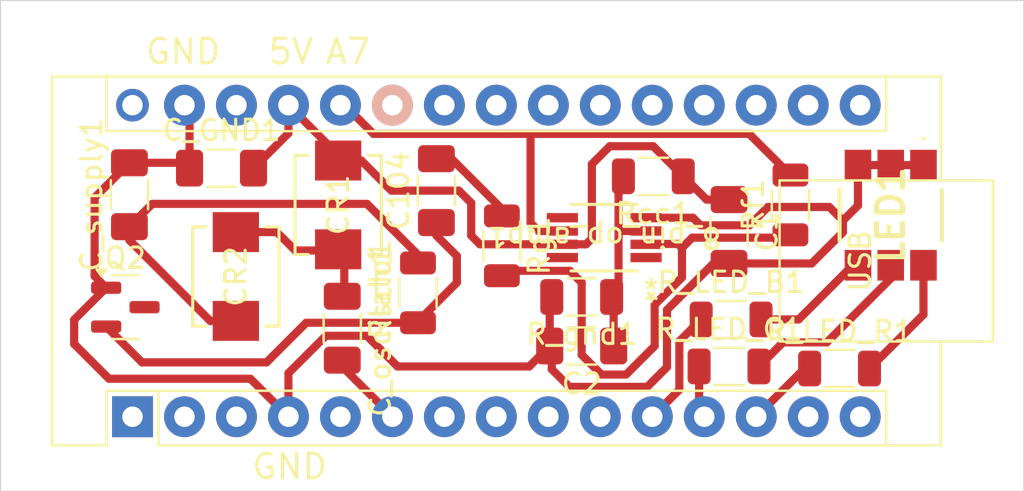
<source format=kicad_pcb>
(kicad_pcb (version 20240108) (generator "pcbnew") (generator_version "8.0")
  (layers (0 "F.Cu" signal) (31 "B.Cu" signal) (34 "B.Paste" user) (35 "F.Paste" user) (36 "B.SilkS" user "B.Silkscreen") (37 "F.SilkS" user "F.Silkscreen") (38 "B.Mask" user) (39 "F.Mask" user) (44 "Edge.Cuts" user))
  (net 0 "")
  (net 1 "Net-(A1-D9)")
  (net 4 "Signal")
  (net 13 "Net-(A1-D8)")
  (net 18 "Net-(A1-D10)")
  (net 28 "Net-(C104-Pad2)")
  (net 29 "GND")
  (net 30 "Vout")
  (net 31 "non inv")
  (net 32 "5V")
  (net 33 "green")
  (net 34 "red")
  (net 35 "blue")
  (net 37 "Net-(A1-D3)")
  (net 39 "Net-(Q2-E)")
  (net 41 "Net-(CR1-Pad1)")
  (net 42 "Net-(CR2-Pad1)")
  (footprint "MBRS1100T3G:SMB_403A-03_ONS" (layer "F.Cu") (at 42.5 59.5 90)
    (property "Reference" "CR1" (at 0 0 90) (layer "F.SilkS"))
    (property "Value" "MBRS1100T3G")
    (fp_line (start 2.4257 -2.1082) (end -2.4257 -2.1082) (stroke (width 0.1524)) (layer "F.SilkS"))
    (fp_line (start -2.4257 -2.1082) (end -2.4257 -1.46304) (stroke (width 0.1524)) (layer "F.SilkS"))
    (fp_line (start 2.4257 -1.46304) (end 2.4257 -2.1082) (stroke (width 0.1524)) (layer "F.SilkS"))
    (fp_line (start -2.4257 1.46304) (end -2.4257 2.1082) (stroke (width 0.1524)) (layer "F.SilkS"))
    (fp_line (start 2.4257 2.1082) (end 2.4257 1.46304) (stroke (width 0.1524)) (layer "F.SilkS"))
    (fp_line (start -2.4257 2.1082) (end 2.4257 2.1082) (stroke (width 0.1524)) (layer "F.SilkS"))
    (pad "1" smd rect (at -2.1717 0 90) (size 1.9558 2.2606) (layers "F.Cu" "F.Paste" "F.Mask") (net 41 "Net-(CR1-Pad1)"))
    (pad "2" smd rect (at 2.1717 0 90) (size 1.9558 2.2606) (layers "F.Cu" "F.Paste" "F.Mask") (net 32 "5V"))
  )
  (footprint "Resistor_SMD:R_1206_3216Metric" (layer "F.Cu") (at 64.6 59.5 90)
    (property "Reference" "Rf1" (at 0 -1.82 90) (layer "F.SilkS"))
    (property "Value" "680k")
    (fp_line (start -0.727064 -0.91) (end 0.727064 -0.91) (stroke (width 0.12)) (layer "F.SilkS"))
    (fp_line (start -0.727064 0.91) (end 0.727064 0.91) (stroke (width 0.12)) (layer "F.SilkS"))
    (pad "1" smd roundrect (at -1.4625 0 90) (size 1.125 1.75) (layers "F.Cu" "F.Paste" "F.Mask") (roundrect_rratio 0.222222) (net 4 "Signal"))
    (pad "2" smd roundrect (at 1.4625 0 90) (size 1.125 1.75) (layers "F.Cu" "F.Paste" "F.Mask") (roundrect_rratio 0.222222) (net 30 "Vout"))
  )
  (footprint "Package_TO_SOT_SMD:SOT-23" (layer "F.Cu") (at 32.1 64.5)
    (property "Reference" "Q2" (at 0 -2.4 0) (layer "F.SilkS"))
    (property "Value" "2n3904")
    (fp_line (start 0 -1.56) (end -0.65 -1.56) (stroke (width 0.12)) (layer "F.SilkS"))
    (fp_line (start 0 -1.56) (end 0.65 -1.56) (stroke (width 0.12)) (layer "F.SilkS"))
    (fp_line (start 0 1.56) (end -0.65 1.56) (stroke (width 0.12)) (layer "F.SilkS"))
    (fp_line (start 0 1.56) (end 0.65 1.56) (stroke (width 0.12)) (layer "F.SilkS"))
    (fp_poly (pts (xy -1.1625 -1.51) (xy -1.4025 -1.84) (xy -0.9225 -1.84) (xy -1.1625 -1.51)) (stroke (width 0.12)) (fill solid) (layer "F.SilkS"))
    (pad "1" smd roundrect (at -0.9375 -0.95) (size 1.475 0.6) (layers "F.Cu" "F.Paste" "F.Mask") (net 29 "GND"))
    (pad "2" smd roundrect (at -0.9375 0.95) (size 1.475 0.6) (layers "F.Cu" "F.Paste" "F.Mask") (net 39 "Net-(Q2-E)"))
    (pad "3" smd roundrect (at 0.9375 0) (size 1.475 0.6) (layers "F.Cu" "F.Paste" "F.Mask"))
  )
  (footprint "Capacitor_SMD:C_1206_3216Metric_Pad1.33x1.80mm_HandSolder" (layer "F.Cu") (at 61.6 60.8 -90)
    (property "Reference" "C1" (at 0 -1.85 90) (layer "F.SilkS"))
    (property "Value" ".1uF")
    (fp_line (start -0.711252 0.91) (end 0.711252 0.91) (stroke (width 0.12)) (layer "F.SilkS"))
    (fp_line (start -0.711252 -0.91) (end 0.711252 -0.91) (stroke (width 0.12)) (layer "F.SilkS"))
    (pad "1" smd roundrect (at -1.5625 0 270) (size 1.325 1.8) (layers "F.Cu" "F.Paste" "F.Mask") (roundrect_rratio 0.188679) (net 32 "5V"))
    (pad "2" smd roundrect (at 1.5625 0 270) (size 1.325 1.8) (layers "F.Cu" "F.Paste" "F.Mask") (roundrect_rratio 0.188679) (net 29 "GND"))
  )
  (footprint "Resistor_SMD:R_1206_3216Metric" (layer "F.Cu") (at 50.5 61.5 -90)
    (property "Reference" "Rg1" (at 0 -1.82 90) (layer "F.SilkS"))
    (property "Value" "10k")
    (fp_line (start -0.727064 0.91) (end 0.727064 0.91) (stroke (width 0.12)) (layer "F.SilkS"))
    (fp_line (start -0.727064 -0.91) (end 0.727064 -0.91) (stroke (width 0.12)) (layer "F.SilkS"))
    (pad "1" smd roundrect (at -1.4625 0 270) (size 1.125 1.75) (layers "F.Cu" "F.Paste" "F.Mask") (roundrect_rratio 0.222222) (net 28 "Net-(C104-Pad2)"))
    (pad "2" smd roundrect (at 1.4625 0 270) (size 1.125 1.75) (layers "F.Cu" "F.Paste" "F.Mask") (roundrect_rratio 0.222222) (net 4 "Signal"))
  )
  (footprint "Resistor_SMD:R_1206_3216Metric" (layer "F.Cu") (at 67 67.5)
    (property "Reference" "R_LED_R1" (at 0 -1.82 0) (layer "F.SilkS"))
    (property "Value" "220")
    (fp_line (start -0.727064 -0.91) (end 0.727064 -0.91) (stroke (width 0.12)) (layer "F.SilkS"))
    (fp_line (start -0.727064 0.91) (end 0.727064 0.91) (stroke (width 0.12)) (layer "F.SilkS"))
    (pad "1" smd roundrect (at -1.4625 0) (size 1.125 1.75) (layers "F.Cu" "F.Paste" "F.Mask") (roundrect_rratio 0.222222) (net 18 "Net-(A1-D10)"))
    (pad "2" smd roundrect (at 1.4625 0) (size 1.125 1.75) (layers "F.Cu" "F.Paste" "F.Mask") (roundrect_rratio 0.222222) (net 34 "red"))
  )
  (footprint "Resistor_SMD:R_1206_3216Metric" (layer "F.Cu") (at 57.9 58.1 180)
    (property "Reference" "Rcc1" (at 0 -1.82 180) (layer "F.SilkS"))
    (property "Value" "4.7k")
    (fp_line (start -0.727064 0.91) (end 0.727064 0.91) (stroke (width 0.12)) (layer "F.SilkS"))
    (fp_line (start -0.727064 -0.91) (end 0.727064 -0.91) (stroke (width 0.12)) (layer "F.SilkS"))
    (pad "1" smd roundrect (at -1.4625 0 180) (size 1.125 1.75) (layers "F.Cu" "F.Paste" "F.Mask") (roundrect_rratio 0.222222) (net 32 "5V"))
    (pad "2" smd roundrect (at 1.4625 0 180) (size 1.125 1.75) (layers "F.Cu" "F.Paste" "F.Mask") (roundrect_rratio 0.222222) (net 31 "non inv"))
  )
  (footprint "op_amp_MCP6291-E/MS:MSOP8_MC_MCH" (layer "F.Cu") (at 55.5 61.1 180)
    (property "Reference" "8_pin_op_amp1" (at 0 0 180) (layer "F.SilkS"))
    (property "Value" "MCP6L91RT-EMS")
    (fp_line (start 1.6256 -1.6256) (end -1.6256 -1.6256) (stroke (width 0.1524)) (layer "F.SilkS"))
    (fp_line (start -1.6256 1.6256) (end 1.6256 1.6256) (stroke (width 0.1524)) (layer "F.SilkS"))
    (fp_text user "*" (at -2.2987 -2.5752 180) (layer "F.SilkS"))
    (fp_text user "*" (at -2.2987 -2.5752 180) (layer "F.SilkS"))
    (pad "1" smd rect (at -2.0447 -0.974999 180) (size 1.524 0.4572) (layers "F.Cu" "F.Paste" "F.Mask"))
    (pad "2" smd rect (at -2.0447 -0.325001 180) (size 1.524 0.4572) (layers "F.Cu" "F.Paste" "F.Mask") (net 4 "Signal"))
    (pad "3" smd rect (at -2.0447 0.325001 180) (size 1.524 0.4572) (layers "F.Cu" "F.Paste" "F.Mask") (net 31 "non inv"))
    (pad "4" smd rect (at -2.0447 0.974999 180) (size 1.524 0.4572) (layers "F.Cu" "F.Paste" "F.Mask") (net 29 "GND"))
    (pad "5" smd rect (at 2.0447 0.974999 180) (size 1.524 0.4572) (layers "F.Cu" "F.Paste" "F.Mask"))
    (pad "6" smd rect (at 2.0447 0.325001 180) (size 1.524 0.4572) (layers "F.Cu" "F.Paste" "F.Mask") (net 30 "Vout"))
    (pad "7" smd rect (at 2.0447 -0.325001 180) (size 1.524 0.4572) (layers "F.Cu" "F.Paste" "F.Mask") (net 32 "5V"))
    (pad "8" smd rect (at 2.0447 -0.974999 180) (size 1.524 0.4572) (layers "F.Cu" "F.Paste" "F.Mask"))
  )
  (footprint "Resistor_SMD:R_1206_3216Metric" (layer "F.Cu") (at 61.7 65.1)
    (property "Reference" "R_LED_B1" (at 0 -1.82 0) (layer "F.SilkS"))
    (property "Value" "220")
    (fp_line (start -0.727064 -0.91) (end 0.727064 -0.91) (stroke (width 0.12)) (layer "F.SilkS"))
    (fp_line (start -0.727064 0.91) (end 0.727064 0.91) (stroke (width 0.12)) (layer "F.SilkS"))
    (pad "1" smd roundrect (at -1.4625 0) (size 1.125 1.75) (layers "F.Cu" "F.Paste" "F.Mask") (roundrect_rratio 0.222222) (net 13 "Net-(A1-D8)"))
    (pad "2" smd roundrect (at 1.4625 0) (size 1.125 1.75) (layers "F.Cu" "F.Paste" "F.Mask") (roundrect_rratio 0.222222) (net 35 "blue"))
  )
  (footprint "Resistor_SMD:R_1206_3216Metric" (layer "F.Cu") (at 54.4 64 180)
    (property "Reference" "R_gnd1" (at 0 -1.82 180) (layer "F.SilkS"))
    (property "Value" "4.7k")
    (fp_line (start -0.727064 0.91) (end 0.727064 0.91) (stroke (width 0.12)) (layer "F.SilkS"))
    (fp_line (start -0.727064 -0.91) (end 0.727064 -0.91) (stroke (width 0.12)) (layer "F.SilkS"))
    (pad "1" smd roundrect (at -1.4625 0 180) (size 1.125 1.75) (layers "F.Cu" "F.Paste" "F.Mask") (roundrect_rratio 0.222222) (net 31 "non inv"))
    (pad "2" smd roundrect (at 1.4625 0 180) (size 1.125 1.75) (layers "F.Cu" "F.Paste" "F.Mask") (roundrect_rratio 0.222222) (net 29 "GND"))
  )
  (footprint "Resistor_SMD:R_1206_3216Metric" (layer "F.Cu") (at 61.6 67.4)
    (property "Reference" "R_LED_G1" (at 0 -1.82 0) (layer "F.SilkS"))
    (property "Value" "220")
    (fp_line (start -0.727064 -0.91) (end 0.727064 -0.91) (stroke (width 0.12)) (layer "F.SilkS"))
    (fp_line (start -0.727064 0.91) (end 0.727064 0.91) (stroke (width 0.12)) (layer "F.SilkS"))
    (pad "1" smd roundrect (at -1.4625 0) (size 1.125 1.75) (layers "F.Cu" "F.Paste" "F.Mask") (roundrect_rratio 0.222222) (net 1 "Net-(A1-D9)"))
    (pad "2" smd roundrect (at 1.4625 0) (size 1.125 1.75) (layers "F.Cu" "F.Paste" "F.Mask") (roundrect_rratio 0.222222) (net 33 "green"))
  )
  (footprint "Resistor_SMD:R_1206_3216Metric" (layer "F.Cu") (at 46.4 63.8 90)
    (property "Reference" "Rsch1" (at 0 -1.82 -90) (layer "F.SilkS"))
    (property "Value" "1M")
    (fp_line (start -0.727064 -0.91) (end 0.727064 -0.91) (stroke (width 0.12)) (layer "F.SilkS"))
    (fp_line (start -0.727064 0.91) (end 0.727064 0.91) (stroke (width 0.12)) (layer "F.SilkS"))
    (pad "1" smd roundrect (at -1.4625 0 90) (size 1.125 1.75) (layers "F.Cu" "F.Paste" "F.Mask") (roundrect_rratio 0.222222) (net 39 "Net-(Q2-E)"))
    (pad "2" smd roundrect (at 1.4625 0 90) (size 1.125 1.75) (layers "F.Cu" "F.Paste" "F.Mask") (roundrect_rratio 0.222222) (net 42 "Net-(CR2-Pad1)"))
  )
  (footprint "Capacitor_SMD:C_1206_3216Metric_Pad1.33x1.80mm_HandSolder" (layer "F.Cu") (at 36.8 57.7)
    (property "Reference" "C_GND1" (at 0 -1.85 0) (layer "F.SilkS"))
    (property "Value" ".1uF")
    (fp_line (start -0.711252 -0.91) (end 0.711252 -0.91) (stroke (width 0.12)) (layer "F.SilkS"))
    (fp_line (start -0.711252 0.91) (end 0.711252 0.91) (stroke (width 0.12)) (layer "F.SilkS"))
    (pad "1" smd roundrect (at -1.5625 0) (size 1.325 1.8) (layers "F.Cu" "F.Paste" "F.Mask") (roundrect_rratio 0.188679) (net 29 "GND"))
    (pad "2" smd roundrect (at 1.5625 0) (size 1.325 1.8) (layers "F.Cu" "F.Paste" "F.Mask") (roundrect_rratio 0.188679) (net 32 "5V"))
  )
  (footprint "MBRS1100T3G:SMB_403A-03_ONS" (layer "F.Cu") (at 37.5 63 90)
    (property "Reference" "CR2" (at 0 0 90) (layer "F.SilkS"))
    (property "Value" "MBRS1100T3G")
    (fp_line (start 2.4257 -2.1082) (end -2.4257 -2.1082) (stroke (width 0.1524)) (layer "F.SilkS"))
    (fp_line (start -2.4257 -2.1082) (end -2.4257 -1.46304) (stroke (width 0.1524)) (layer "F.SilkS"))
    (fp_line (start 2.4257 -1.46304) (end 2.4257 -2.1082) (stroke (width 0.1524)) (layer "F.SilkS"))
    (fp_line (start -2.4257 1.46304) (end -2.4257 2.1082) (stroke (width 0.1524)) (layer "F.SilkS"))
    (fp_line (start 2.4257 2.1082) (end 2.4257 1.46304) (stroke (width 0.1524)) (layer "F.SilkS"))
    (fp_line (start -2.4257 2.1082) (end 2.4257 2.1082) (stroke (width 0.1524)) (layer "F.SilkS"))
    (pad "1" smd rect (at -2.1717 0 90) (size 1.9558 2.2606) (layers "F.Cu" "F.Paste" "F.Mask") (net 42 "Net-(CR2-Pad1)"))
    (pad "2" smd rect (at 2.1717 0 90) (size 1.9558 2.2606) (layers "F.Cu" "F.Paste" "F.Mask") (net 41 "Net-(CR1-Pad1)"))
  )
  (footprint "Capacitor_SMD:C_1206_3216Metric_Pad1.33x1.80mm_HandSolder" (layer "F.Cu") (at 54.4 66.4 180)
    (property "Reference" "C2" (at 0 -1.85 180) (layer "F.SilkS"))
    (property "Value" ".1uF")
    (fp_line (start -0.711252 0.91) (end 0.711252 0.91) (stroke (width 0.12)) (layer "F.SilkS"))
    (fp_line (start -0.711252 -0.91) (end 0.711252 -0.91) (stroke (width 0.12)) (layer "F.SilkS"))
    (pad "1" smd roundrect (at -1.5625 0 180) (size 1.325 1.8) (layers "F.Cu" "F.Paste" "F.Mask") (roundrect_rratio 0.188679) (net 31 "non inv"))
    (pad "2" smd roundrect (at 1.5625 0 180) (size 1.325 1.8) (layers "F.Cu" "F.Paste" "F.Mask") (roundrect_rratio 0.188679) (net 29 "GND"))
  )
  (footprint "Capacitor_SMD:C_1206_3216Metric_Pad1.33x1.80mm_HandSolder" (layer "F.Cu") (at 47.3 58.8 90)
    (property "Reference" "C104" (at 0 -1.85 -90) (layer "F.SilkS"))
    (property "Value" ".1uF")
    (fp_line (start -0.711252 -0.91) (end 0.711252 -0.91) (stroke (width 0.12)) (layer "F.SilkS"))
    (fp_line (start -0.711252 0.91) (end 0.711252 0.91) (stroke (width 0.12)) (layer "F.SilkS"))
    (pad "1" smd roundrect (at -1.5625 0 90) (size 1.325 1.8) (layers "F.Cu" "F.Paste" "F.Mask") (roundrect_rratio 0.188679) (net 39 "Net-(Q2-E)"))
    (pad "2" smd roundrect (at 1.5625 0 90) (size 1.325 1.8) (layers "F.Cu" "F.Paste" "F.Mask") (roundrect_rratio 0.188679) (net 28 "Net-(C104-Pad2)"))
  )
  (footprint "Module:Arduino_Nano" (layer "F.Cu") (at 32.45 69.86 90)
    (property "Reference" "A1" (hide yes))
    (property "Value" "Arduino_Nano_Every" (hide yes))
    (fp_line (start 16.64 -3.94) (end -1.4 -3.94) (stroke (width 0.12)) (layer "F.SilkS"))
    (fp_line (start -1.4 -3.94) (end -1.4 -1.27) (stroke (width 0.12)) (layer "F.SilkS"))
    (fp_line (start 13.97 -1.27) (end 16.64 -1.27) (stroke (width 0.12)) (layer "F.SilkS"))
    (fp_line (start 13.97 -1.27) (end 13.97 36.83) (stroke (width 0.12)) (layer "F.SilkS"))
    (fp_line (start 1.27 -1.27) (end -1.4 -1.27) (stroke (width 0.12)) (layer "F.SilkS"))
    (fp_line (start 1.27 1.27) (end 1.27 -1.27) (stroke (width 0.12)) (layer "F.SilkS"))
    (fp_line (start 1.27 1.27) (end -1.4 1.27) (stroke (width 0.12)) (layer "F.SilkS"))
    (fp_line (start 1.27 1.27) (end 1.27 36.83) (stroke (width 0.12)) (layer "F.SilkS"))
    (fp_line (start -1.4 1.27) (end -1.4 39.5) (stroke (width 0.12)) (layer "F.SilkS"))
    (fp_line (start 11.56 31.62) (end 11.56 42.04) (stroke (width 0.12)) (layer "F.SilkS"))
    (fp_line (start 3.68 31.62) (end 11.56 31.62) (stroke (width 0.12)) (layer "F.SilkS"))
    (fp_line (start 13.97 36.83) (end 16.64 36.83) (stroke (width 0.12)) (layer "F.SilkS"))
    (fp_line (start 1.27 36.83) (end -1.4 36.83) (stroke (width 0.12)) (layer "F.SilkS"))
    (fp_line (start 16.64 39.5) (end 16.64 -3.94) (stroke (width 0.12)) (layer "F.SilkS"))
    (fp_line (start 16.64 39.5) (end 11.56 39.5) (stroke (width 0.12)) (layer "F.SilkS"))
    (fp_line (start -1.4 39.5) (end 3.68 39.5) (stroke (width 0.12)) (layer "F.SilkS"))
    (fp_line (start 11.56 42.04) (end 3.68 42.04) (stroke (width 0.12)) (layer "F.SilkS"))
    (fp_line (start 3.68 42.04) (end 3.68 31.62) (stroke (width 0.12)) (layer "F.SilkS"))
    (fp_text user "USB" (at 7.62 35.56 90) (layer "F.SilkS"))
    (pad "1" thru_hole rect (at 0 0 90) (size 2 2) (drill 1) (layers "*.Cu" "*.Mask"))
    (pad "2" thru_hole oval (at 0 2.54 90) (size 2 2) (drill 1) (layers "*.Cu" "*.Mask"))
    (pad "3" thru_hole oval (at 0 5.08 90) (size 2 2) (drill 1) (layers "*.Cu" "*.Mask"))
    (pad "4" thru_hole oval (at 0 7.62 90) (size 2 2) (drill 1) (layers "*.Cu" "*.Mask") (net 29 "GND"))
    (pad "5" thru_hole oval (at 0 10.16 90) (size 2 2) (drill 1) (layers "*.Cu" "*.Mask"))
    (pad "6" thru_hole oval (at 0 12.7 90) (size 2 2) (drill 1) (layers "*.Cu" "*.Mask") (net 37 "Net-(A1-D3)"))
    (pad "7" thru_hole oval (at 0 15.24 90) (size 2 2) (drill 1) (layers "*.Cu" "*.Mask"))
    (pad "8" thru_hole oval (at 0 17.78 90) (size 2 2) (drill 1) (layers "*.Cu" "*.Mask"))
    (pad "9" thru_hole oval (at 0 20.32 90) (size 2 2) (drill 1) (layers "*.Cu" "*.Mask"))
    (pad "10" thru_hole oval (at 0 22.86 90) (size 2 2) (drill 1) (layers "*.Cu" "*.Mask"))
    (pad "11" thru_hole oval (at 0 25.4 90) (size 2 2) (drill 1) (layers "*.Cu" "*.Mask") (net 13 "Net-(A1-D8)"))
    (pad "12" thru_hole oval (at 0 27.94 90) (size 2 2) (drill 1) (layers "*.Cu" "*.Mask") (net 1 "Net-(A1-D9)"))
    (pad "13" thru_hole oval (at 0 30.48 90) (size 2 2) (drill 1) (layers "*.Cu" "*.Mask") (net 18 "Net-(A1-D10)"))
    (pad "14" thru_hole oval (at 0 33.02 90) (size 2 2) (drill 1) (layers "*.Cu" "*.Mask"))
    (pad "15" thru_hole oval (at 0 35.56 90) (size 2 2) (drill 1) (layers "*.Cu" "*.Mask"))
    (pad "16" thru_hole oval (at 15.24 35.56 90) (size 2 2) (drill 1) (layers "*.Cu" "*.Mask"))
    (pad "17" thru_hole oval (at 15.24 33.02 90) (size 2 2) (drill 1) (layers "*.Cu" "*.Mask"))
    (pad "18" thru_hole oval (at 15.24 30.48 90) (size 2 2) (drill 1) (layers "*.Cu" "*.Mask"))
    (pad "19" thru_hole oval (at 15.24 27.94 90) (size 2 2) (drill 1) (layers "*.Cu" "*.Mask"))
    (pad "20" thru_hole oval (at 15.24 25.4 90) (size 2 2) (drill 1) (layers "*.Cu" "*.Mask"))
    (pad "21" thru_hole oval (at 15.24 22.86 90) (size 2 2) (drill 1) (layers "*.Cu" "*.Mask"))
    (pad "22" thru_hole oval (at 15.24 20.32 90) (size 2 2) (drill 1) (layers "*.Cu" "*.Mask" "Eco2.User"))
    (pad "23" thru_hole oval (at 15.24 17.78 90) (size 2 2) (drill 1) (layers "*.Cu" "*.Mask"))
    (pad "24" thru_hole oval (at 15.24 15.24 90) (size 2 2) (drill 1) (layers "*.Cu" "*.Mask"))
    (pad "25" thru_hole oval (at 15.24 12.7 90) (size 2 2) (drill 1) (layers "*.Cu" "*.Mask" "B.SilkS"))
    (pad "26" thru_hole oval (at 15.24 10.16 90) (size 2 2) (drill 1) (layers "*.Cu" "*.Mask") (net 30 "Vout"))
    (pad "27" thru_hole oval (at 15.24 7.62 90) (size 2 2) (drill 1) (layers "*.Cu" "*.Mask") (net 32 "5V"))
    (pad "28" thru_hole oval (at 15.24 5.08 90) (size 2 2) (drill 1) (layers "*.Cu" "*.Mask"))
    (pad "29" thru_hole oval (at 15.24 2.54 90) (size 2 2) (drill 1) (layers "*.Cu" "*.Mask") (net 29 "GND"))
    (pad "30" thru_hole oval (at 15.24 0 90) (size 1.6 1.6) (drill 1) (layers "*.Cu" "*.Mask"))
  )
  (footprint "Capacitor_SMD:C_1206_3216Metric_Pad1.33x1.80mm_HandSolder" (layer "F.Cu") (at 42.7 65.5283 -90)
    (property "Reference" "C_oscilato1" (at 0 -1.85 90) (layer "F.SilkS"))
    (property "Value" ".1uF")
    (fp_line (start -0.711252 0.91) (end 0.711252 0.91) (stroke (width 0.12)) (layer "F.SilkS"))
    (fp_line (start -0.711252 -0.91) (end 0.711252 -0.91) (stroke (width 0.12)) (layer "F.SilkS"))
    (pad "1" smd roundrect (at -1.5625 0 270) (size 1.325 1.8) (layers "F.Cu" "F.Paste" "F.Mask") (roundrect_rratio 0.188679) (net 41 "Net-(CR1-Pad1)"))
    (pad "2" smd roundrect (at 1.5625 0 270) (size 1.325 1.8) (layers "F.Cu" "F.Paste" "F.Mask") (roundrect_rratio 0.188679) (net 37 "Net-(A1-D3)"))
  )
  (footprint "Capacitor_SMD:C_1206_3216Metric_Pad1.33x1.80mm_HandSolder" (layer "F.Cu") (at 32.3 59 90)
    (property "Reference" "C_supply1" (at 0 -1.85 -90) (layer "F.SilkS"))
    (property "Value" ".1uF")
    (fp_line (start -0.711252 -0.91) (end 0.711252 -0.91) (stroke (width 0.12)) (layer "F.SilkS"))
    (fp_line (start -0.711252 0.91) (end 0.711252 0.91) (stroke (width 0.12)) (layer "F.SilkS"))
    (pad "1" smd roundrect (at -1.5625 0 90) (size 1.325 1.8) (layers "F.Cu" "F.Paste" "F.Mask") (roundrect_rratio 0.188679) (net 42 "Net-(CR2-Pad1)"))
    (pad "2" smd roundrect (at 1.5625 0 90) (size 1.325 1.8) (layers "F.Cu" "F.Paste" "F.Mask") (roundrect_rratio 0.188679) (net 29 "GND"))
  )
  (footprint "MP008253:MP008253" (layer "F.Cu") (at 69.5 60 -90)
    (property "Reference" "LED1" (at 0 0 90) (layer "F.SilkS") (effects (font (size 1.27 1.27) (thickness 0.254))))
    (property "Value" "MP008253" (hide yes))
    (fp_line (start -1.25 2.5) (end 1.25 2.5) (stroke (width 0.2)) (layer "F.SilkS"))
    (fp_line (start -3.8 -1.6) (end -3.8 -1.6) (stroke (width 0.1)) (layer "F.SilkS"))
    (fp_line (start -3.7 -1.6) (end -3.7 -1.6) (stroke (width 0.1)) (layer "F.SilkS"))
    (fp_line (start -1.25 -2.5) (end 1.25 -2.5) (stroke (width 0.2)) (layer "F.SilkS"))
    (fp_arc (start -3.8 -1.6) (mid -3.75 -1.65) (end -3.7 -1.6) (stroke (width 0.1)) (layer "F.SilkS"))
    (fp_arc (start -3.7 -1.6) (mid -3.75 -1.55) (end -3.8 -1.6) (stroke (width 0.1)) (layer "F.SilkS"))
    (pad "1" smd rect (at -2.45 -1.6) (size 1.3 1.5) (layers "F.Cu" "F.Paste" "F.Mask") (net 29 "GND"))
    (pad "2" smd rect (at 2.45 -1.6) (size 1.3 1.5) (layers "F.Cu" "F.Paste" "F.Mask") (net 34 "red"))
    (pad "3" smd rect (at -2.45 0) (size 1.3 1.5) (layers "F.Cu" "F.Paste" "F.Mask") (net 29 "GND"))
    (pad "4" smd rect (at 2.45 0) (size 1.3 1.5) (layers "F.Cu" "F.Paste" "F.Mask") (net 33 "green"))
    (pad "5" smd rect (at -2.45 1.6) (size 1.3 1.5) (layers "F.Cu" "F.Paste" "F.Mask") (net 29 "GND"))
    (pad "6" smd rect (at 2.45 1.6) (size 1.3 1.5) (layers "F.Cu" "F.Paste" "F.Mask") (net 35 "blue"))
  )
  (gr_rect (start 26 49.5) (end 76 73.5) (stroke (width 0.05)) (fill none) (layer "Edge.Cuts"))
  (gr_text "5V" (at 39 52.7 0) (layer "F.SilkS") (effects (font (size 1.2 1.2)) (justify left bottom)))
  (gr_text "GND" (at 33 52.7 0) (layer "F.SilkS") (effects (font (size 1.2 1.2)) (justify left bottom)))
  (gr_text "A7\n" (at 41.8 52.7 0) (layer "F.SilkS") (effects (font (size 1.2 1.2)) (justify left bottom)))
  (gr_text "GND" (at 38.2 73 0) (layer "F.SilkS") (effects (font (size 1.2 1.2)) (justify left bottom)))
  (segment (start 60.1375 69.6075) (end 60.39 69.86) (width 0.4) (layer "F.Cu") (net 1))
  (segment (start 60.1375 67.4) (end 60.1375 69.6075) (width 0.4) (layer "F.Cu") (net 1))
  (segment (start 57.9654 64.381546) (end 59.3 63.046946) (width 0.4) (layer "F.Cu") (net 4))
  (segment (start 59.3 61.6) (end 59.8 61.1) (width 0.4) (layer "F.Cu") (net 4))
  (segment (start 59.3 61.6) (end 59.106799 61.406799) (width 0.4) (layer "F.Cu") (net 4))
  (segment (start 56.5686 67.7968) (end 57.9654 66.4) (width 0.4) (layer "F.Cu") (net 4))
  (segment (start 64.4625 61.1) (end 64.6 60.9625) (width 0.4) (layer "F.Cu") (net 4))
  (segment (start 54.4 63.3) (end 54.4 66.830692) (width 0.4) (layer "F.Cu") (net 4))
  (segment (start 50.7407 62.7218) (end 53.8218 62.7218) (width 0.4) (layer "F.Cu") (net 4))
  (segment (start 53.8218 62.7218) (end 54.4 63.3) (width 0.4) (layer "F.Cu") (net 4))
  (segment (start 59.106799 61.406799) (end 57.965954 61.406799) (width 0.4) (layer "F.Cu") (net 4))
  (segment (start 59.8 61.1) (end 64.4625 61.1) (width 0.4) (layer "F.Cu") (net 4))
  (segment (start 54.4 66.830692) (end 55.366108 67.7968) (width 0.4) (layer "F.Cu") (net 4))
  (segment (start 59.3 63.046946) (end 59.3 61.6) (width 0.4) (layer "F.Cu") (net 4))
  (segment (start 57.9654 66.4) (end 57.9654 64.381546) (width 0.4) (layer "F.Cu") (net 4))
  (segment (start 55.366108 67.7968) (end 56.5686 67.7968) (width 0.4) (layer "F.Cu") (net 4))
  (segment (start 59.1718 66.1657) (end 60.2375 65.1) (width 0.4) (layer "F.Cu") (net 13))
  (segment (start 59.1718 68.5382) (end 59.1718 66.1657) (width 0.4) (layer "F.Cu") (net 13))
  (segment (start 57.85 69.86) (end 59.1718 68.5382) (width 0.4) (layer "F.Cu") (net 13))
  (segment (start 65.29 67.5) (end 62.93 69.86) (width 0.4) (layer "F.Cu") (net 18))
  (segment (start 65.5375 67.5) (end 65.29 67.5) (width 0.4) (layer "F.Cu") (net 18))
  (segment (start 50.8375 60.0375) (end 48.0375 57.2375) (width 0.4) (layer "F.Cu") (net 28))
  (segment (start 48.0375 57.2375) (end 47.3 57.2375) (width 0.4) (layer "F.Cu") (net 28))
  (segment (start 59.834747 60.125001) (end 60.206546 60.4968) (width 0.4) (layer "F.Cu") (net 29))
  (segment (start 67.165346 60.265346) (end 67.9 59.530692) (width 0.4) (layer "F.Cu") (net 29))
  (segment (start 32.3 57.4375) (end 34.975 57.4375) (width 0.4) (layer "F.Cu") (net 29))
  (segment (start 30.6 62.9875) (end 30.6 59.1375) (width 0.4) (layer "F.Cu") (net 29))
  (segment (start 66.5 59.6) (end 67.165346 60.265346) (width 0.4) (layer "F.Cu") (net 29))
  (segment (start 57.5447 60.125001) (end 59.834747 60.125001) (width 0.4) (layer "F.Cu") (net 29))
  (segment (start 31.3 68) (end 38.21 68) (width 0.4) (layer "F.Cu") (net 29))
  (segment (start 60.206546 60.4968) (end 62.6032 60.4968) (width 0.4) (layer "F.Cu") (net 29))
  (segment (start 29.6 65.1125) (end 29.6 66.3) (width 0.4) (layer "F.Cu") (net 29))
  (segment (start 31.1625 63.55) (end 29.6 65.1125) (width 0.4) (layer "F.Cu") (net 29))
  (segment (start 40.07 67.727608) (end 41.897608 65.9) (width 0.4) (layer "F.Cu") (net 29))
  (segment (start 38.21 68) (end 40.07 69.86) (width 0.4) (layer "F.Cu") (net 29))
  (segment (start 61.6 62.3625) (end 65.6375 62.3625) (width 0.4) (layer "F.Cu") (net 29))
  (segment (start 45.4 67.4) (end 51.8375 67.4) (width 0.4) (layer "F.Cu") (net 29))
  (segment (start 43.9 65.9) (end 45.4 67.4) (width 0.4) (layer "F.Cu") (net 29))
  (segment (start 30.6 59.1375) (end 32.3 57.4375) (width 0.4) (layer "F.Cu") (net 29))
  (segment (start 58.5686 67.4314) (end 58.5686 64.6314) (width 0.4) (layer "F.Cu") (net 29))
  (segment (start 62.6032 60.4968) (end 63.5 59.6) (width 0.4) (layer "F.Cu") (net 29))
  (segment (start 60.8375 62.3625) (end 61.6 62.3625) (width 0.4) (layer "F.Cu") (net 29))
  (segment (start 57.6 68.4) (end 58.5686 67.4314) (width 0.4) (layer "F.Cu") (net 29))
  (segment (start 31.1625 63.55) (end 30.6 62.9875) (width 0.4) (layer "F.Cu") (net 29))
  (segment (start 52.9375 66.3) (end 52.9375 67.5375) (width 0.4) (layer "F.Cu") (net 29))
  (segment (start 41.897608 65.9) (end 43.9 65.9) (width 0.4) (layer "F.Cu") (net 29))
  (segment (start 29.6 66.3) (end 31.3 68) (width 0.4) (layer "F.Cu") (net 29))
  (segment (start 67.9 57.55) (end 71.1 57.55) (width 0.4) (layer "F.Cu") (net 29))
  (segment (start 65.6375 62.3625) (end 67.165346 60.834654) (width 0.4) (layer "F.Cu") (net 29))
  (segment (start 34.975 57.4375) (end 35.2375 57.7) (width 0.4) (layer "F.Cu") (net 29))
  (segment (start 63.5 59.6) (end 66.5 59.6) (width 0.4) (layer "F.Cu") (net 29))
  (segment (start 58.5686 64.6314) (end 60.8375 62.3625) (width 0.4) (layer "F.Cu") (net 29))
  (segment (start 35.2375 57.7) (end 35.2375 54.8675) (width 0.4) (layer "F.Cu") (net 29))
  (segment (start 52.9375 67.5375) (end 53.8 68.4) (width 0.4) (layer "F.Cu") (net 29))
  (segment (start 52.8375 66.7) (end 52.8375 64.4) (width 0.4) (layer "F.Cu") (net 29))
  (segment (start 40.07 69.86) (end 40.07 67.727608) (width 0.4) (layer "F.Cu") (net 29))
  (segment (start 67.9 59.530692) (end 67.9 57.55) (width 0.4) (layer "F.Cu") (net 29))
  (segment (start 35.2375 54.8675) (end 34.99 54.62) (width 0.4) (layer "F.Cu") (net 29))
  (segment (start 51.8375 67.4) (end 52.8375 66.4) (width 0.4) (layer "F.Cu") (net 29))
  (segment (start 53.8 68.4) (end 57.6 68.4) (width 0.4) (layer "F.Cu") (net 29))
  (segment (start 67.165346 60.834654) (end 67.165346 60.265346) (width 0.4) (layer "F.Cu") (net 29))
  (segment (start 44.2232 56.0232) (end 50.811225 56.0232) (width 0.4) (layer "F.Cu") (net 30))
  (segment (start 42.82 54.62) (end 44.2232 56.0232) (width 0.4) (layer "F.Cu") (net 30))
  (segment (start 52.188775 56.0232) (end 62.5857 56.0232) (width 0.4) (layer "F.Cu") (net 30))
  (segment (start 42.61 54.62) (end 42.82 54.62) (width 0.4) (layer "F.Cu") (net 30))
  (segment (start 50.811225 56.0232) (end 52.188775 56.0232) (width 0.4) (layer "F.Cu") (net 30))
  (segment (start 51.9 60.381699) (end 51.9 56.0232) (width 0.4) (layer "F.Cu") (net 30))
  (segment (start 52.2933 60.774999) (end 51.9 60.381699) (width 0.4) (layer "F.Cu") (net 30))
  (segment (start 62.5857 56.0232) (end 64.6 58.0375) (width 0.4) (layer "F.Cu") (net 30))
  (segment (start 53.4553 60.774999) (end 52.2933 60.774999) (width 0.4) (layer "F.Cu") (net 30))
  (segment (start 55.8625 64) (end 56.2 63.6625) (width 0.4) (layer "F.Cu") (net 31))
  (segment (start 56.2 63.6625) (end 56.2 58.0375) (width 0.4) (layer "F.Cu") (net 31))
  (segment (start 57.5447 60.774999) (end 56.225001 60.774999) (width 0.4) (layer "F.Cu") (net 31))
  (segment (start 55.9625 66.7) (end 55.9625 64.4) (width 0.4) (layer "F.Cu") (net 31))
  (segment (start 40.07 55.9925) (end 38.3625 57.7) (width 0.4) (layer "F.Cu") (net 32))
  (segment (start 54.6173 61.425001) (end 54.8968 61.145501) (width 0.4) (layer "F.Cu") (net 32))
  (segment (start 49.425001 61.425001) (end 53.4553 61.425001) (width 0.4) (layer "F.Cu") (net 32))
  (segment (start 49 59.4) (end 49 61) (width 0.4) (layer "F.Cu") (net 32))
  (segment (start 43.6283 57.3283) (end 42.5 57.3283) (width 0.4) (layer "F.Cu") (net 32))
  (segment (start 45.1 58.8) (end 48.4 58.8) (width 0.4) (layer "F.Cu") (net 32))
  (segment (start 53.4553 61.425001) (end 54.6173 61.425001) (width 0.4) (layer "F.Cu") (net 32))
  (segment (start 54.8968 61.145501) (end 54.8968 57.5032) (width 0.4) (layer "F.Cu") (net 32))
  (segment (start 44.9 58.6) (end 43.6283 57.3283) (width 0.4) (layer "F.Cu") (net 32))
  (segment (start 42.7783 57.3283) (end 40.07 54.62) (width 0.4) (layer "F.Cu") (net 32))
  (segment (start 44.9 58.6) (end 45.1 58.8) (width 0.4) (layer "F.Cu") (net 32))
  (segment (start 49 61) (end 49.425001 61.425001) (width 0.4) (layer "F.Cu") (net 32))
  (segment (start 43.258992 57.3283) (end 42.5 57.3283) (width 0.4) (layer "F.Cu") (net 32))
  (segment (start 55.7736 56.6264) (end 57.8889 56.6264) (width 0.4) (layer "F.Cu") (net 32))
  (segment (start 61.6 59.2375) (end 60.5 59.2375) (width 0.4) (layer "F.Cu") (net 32))
  (segment (start 45 58.7) (end 44.9 58.6) (width 0.4) (layer "F.Cu") (net 32))
  (segment (start 48.4 58.8) (end 49 59.4) (width 0.4) (layer "F.Cu") (net 32))
  (segment (start 40.07 54.62) (end 40.07 55.9925) (width 0.4) (layer "F.Cu") (net 32))
  (segment (start 54.8968 57.5032) (end 55.7736 56.6264) (width 0.4) (layer "F.Cu") (net 32))
  (segment (start 57.8889 56.6264) (end 59.3625 58.1) (width 0.4) (layer "F.Cu") (net 32))
  (segment (start 60.5 59.2375) (end 59.3625 58.1) (width 0.4) (layer "F.Cu") (net 32))
  (segment (start 66.3782 66.2218) (end 69.5 63.1) (width 0.4) (layer "F.Cu") (net 33))
  (segment (start 69.5 63.1) (end 69.5 62.45) (width 0.4) (layer "F.Cu") (net 33))
  (segment (start 63.0625 67.4) (end 64.2407 66.2218) (width 0.4) (layer "F.Cu") (net 33))
  (segment (start 64.2407 66.2218) (end 66.3782 66.2218) (width 0.4) (layer "F.Cu") (net 33))
  (segment (start 71.1 62.45) (end 71.1 64.8625) (width 0.4) (layer "F.Cu") (net 34))
  (segment (start 71.1 64.8625) (end 68.4625 67.5) (width 0.4) (layer "F.Cu") (net 34))
  (segment (start 63.1625 65.1) (end 65 65.1) (width 0.4) (layer "F.Cu") (net 35))
  (segment (start 65 65.1) (end 67.65 62.45) (width 0.4) (layer "F.Cu") (net 35))
  (segment (start 67.65 62.45) (end 67.9 62.45) (width 0.4) (layer "F.Cu") (net 35))
  (segment (start 42.7 67.41) (end 45.15 69.86) (width 0.4) (layer "F.Cu") (net 37))
  (segment (start 42.7 67.0908) (end 42.7 67.41) (width 0.4) (layer "F.Cu") (net 37))
  (segment (start 47.3 60.997361) (end 47.3 60.3625) (width 0.4) (layer "F.Cu") (net 39))
  (segment (start 32.9125 67.2) (end 39 67.2) (width 0.4) (layer "F.Cu") (net 39))
  (segment (start 39 67.2) (end 40.9375 65.2625) (width 0.4) (layer "F.Cu") (net 39))
  (segment (start 48.3 63.3) (end 48.3 61.997361) (width 0.4) (layer "F.Cu") (net 39))
  (segment (start 46.3375 65.2625) (end 48.3 63.3) (width 0.4) (layer "F.Cu") (net 39))
  (segment (start 40.9375 65.2625) (end 46.3375 65.2625) (width 0.4) (layer "F.Cu") (net 39))
  (segment (start 31.1625 65.45) (end 32.9125 67.2) (width 0.4) (layer "F.Cu") (net 39))
  (segment (start 48.3 61.997361) (end 47.3 60.997361) (width 0.4) (layer "F.Cu") (net 39))
  (segment (start 42.7434 61.7283) (end 42.8 61.6717) (width 0.4) (layer "F.Cu") (net 41))
  (segment (start 42.8 63.8658) (end 42.7 63.9658) (width 0.4) (layer "F.Cu") (net 41))
  (segment (start 39.5 60.8283) (end 37.5 60.8283) (width 0.4) (layer "F.Cu") (net 41))
  (segment (start 40.5 61.7283) (end 42.7434 61.7283) (width 0.4) (layer "F.Cu") (net 41))
  (segment (start 40.4 61.7283) (end 39.5 60.8283) (width 0.4) (layer "F.Cu") (net 41))
  (segment (start 40.5 61.7283) (end 40.4 61.7283) (width 0.4) (layer "F.Cu") (net 41))
  (segment (start 42.8 61.6717) (end 42.8 63.8658) (width 0.4) (layer "F.Cu") (net 41))
  (segment (start 32.3 60.5625) (end 33.4153 59.4472) (width 0.4) (layer "F.Cu") (net 42))
  (segment (start 43.9097 59.4472) (end 46.8 62.3375) (width 0.4) (layer "F.Cu") (net 42))
  (segment (start 36.2467 65.1717) (end 37.5 65.1717) (width 0.4) (layer "F.Cu") (net 42))
  (segment (start 33.4153 59.4472) (end 43.9097 59.4472) (width 0.4) (layer "F.Cu") (net 42))
  (segment (start 32.3 61.225) (end 36.2467 65.1717) (width 0.4) (layer "F.Cu") (net 42))
  (segment (start 32.3 60.5625) (end 32.3 61.225) (width 0.4) (layer "F.Cu") (net 42))
)
</source>
